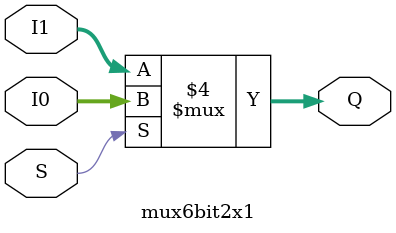
<source format=v>
`timescale 1 ns / 1 ps

module seg7(input [3:0] N, output reg [6:0] Q); // Q = abcdefg
	always @(N) begin
		if (N == 0)
			Q = 'b0000001; // Output 0
		else if (N == 1)
			Q = 'b1001111; // Output 1
		else if (N == 2)
			Q = 'b0010010; // Output 2
		else if (N == 3)
			Q = 'b0000110; // Output 3
		else if (N == 4)
			Q = 'b1001100; // Output 4
		else if (N == 5)
			Q = 'b0100100; // Output 5
		else if (N == 6)
			Q = 'b0100000; // Output 6
		else if (N == 7)
			Q = 'b0001111; // Output 7
		else if (N == 8)
			Q = 'b0000000; // Output 8
		else if (N == 9)
			Q = 'b0000100; // Output 9
		else if (N == 10)
			Q = 'b0001000; // Output A
		else if (N == 11)
			Q = 'b1100000; // Output b
		else if (N == 12)
			Q = 'b0110001; // Output C
		else if (N == 13)
			Q = 'b1000010; // Output d
		else if (N == 14)
			Q = 'b0110000; // Output E
		else if (N == 15)
			Q = 'b0111000; // Output F
	end
endmodule

module mux1bit2x1(I1, I0, S, Q);
	input S;
	input I1, I0;
	output reg Q;
	
	always @(*) begin
		if(S == 1) begin
			Q <= I0;
		end
		else begin
			Q <= I1;
		end
	end
endmodule

module mux2bit2x1(I1, I0, S, Q);
	input S;
	input [1:0] I1, I0;
	output reg [1:0] Q;
	
	always @(*) begin
		if(S == 1) begin
			Q <= I0;
		end
		else begin
			Q <= I1;
		end
	end
endmodule

module mux6bit2x1(I1, I0, S, Q);
	input S;
	input [5:0] I1, I0;
	output reg [5:0] Q;
	
	always @(*) begin
		if(S == 1) begin
			Q <= I0;
		end
		else begin
			Q <= I1;
		end
	end
endmodule

</source>
